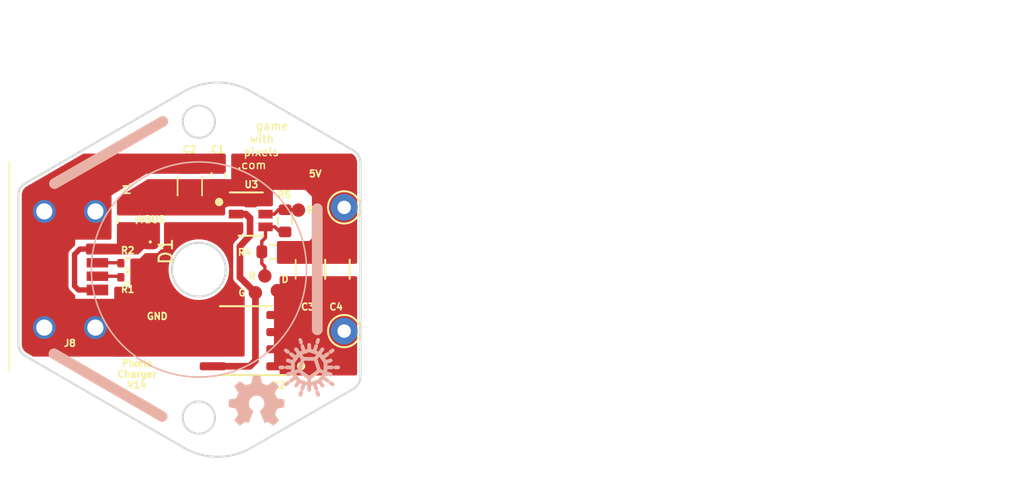
<source format=kicad_pcb>
(kicad_pcb (version 20211014) (generator pcbnew)
  (layers (0 "F.Cu" signal) (31 "B.Cu" signal) (34 "B.Paste" user) (35 "F.Paste" user) (36 "B.SilkS" user "B.Silkscreen") (37 "F.SilkS" user "F.Silkscreen") (38 "B.Mask" user) (39 "F.Mask" user) (44 "Edge.Cuts" user))
  (net 0 "")
  (net 1 "GND")
  (net 2 "VBUS")
  (net 3 "Net-(R4-Pad1)")
  (net 4 "Net-(R5-Pad2)")
  (net 5 "Net-(U2-Pad8)")
  (net 6 "Net-(J8-PadA5)")
  (net 7 "Net-(J8-PadB5)")
  (net 8 "Net-(C3-Pad1)")
  (net 9 "+5V")
  (footprint "Pixels-dice:USB-C-SMD_10P-P1.00-L6.8-W8.9" (layer "F.Cu") (at 140.3 101.52 180)
    (fp_text reference "J8" (at 0 -5.48) (layer "F.SilkS") (effects (font (size 0.5 0.5) (thickness 0.12))))
    (fp_text value "USB_C_Receptacle_USB2.0")
    (pad "A5" smd rect (at -2.05 0.5 270) (size 0.7 1.6) (layers "F.Cu" "F.Paste" "F.Mask") (net 6 "Net-(J8-PadA5)"))
    (pad "A9" smd rect (at -2.05 -1.52 270) (size 0.8 1.6) (layers "F.Cu" "F.Paste" "F.Mask") (net 2 "VBUS"))
    (pad "A12" smd rect (at -2.05 -2.75 270) (size 0.9 1.6) (layers "F.Cu" "F.Paste" "F.Mask") (net 1 "GND"))
    (pad "B5" smd rect (at -2.05 -0.5 270) (size 0.7 1.6) (layers "F.Cu" "F.Paste" "F.Mask") (net 7 "Net-(J8-PadB5)"))
    (pad "B9" smd rect (at -2.05 1.52 270) (size 0.8 1.6) (layers "F.Cu" "F.Paste" "F.Mask") (net 2 "VBUS"))
    (pad "B12" smd rect (at -2.05 2.75 270) (size 0.9 1.6) (layers "F.Cu" "F.Paste" "F.Mask") (net 1 "GND"))
    (pad "S1" thru_hole circle (at -1.9 4.32 180) (size 1.7 1.7) (drill 1.2) (layers *.Cu *.Mask) (net 1 "GND"))
    (pad "S1" thru_hole circle (at -1.9 -4.32 180) (size 1.7 1.7) (drill 1.2) (layers *.Cu *.Mask) (net 1 "GND"))
    (pad "S1" thru_hole circle (at 1.9 4.32 180) (size 1.7 1.7) (drill 1.2) (layers *.Cu *.Mask) (net 1 "GND"))
    (pad "S1" thru_hole circle (at 1.9 -4.32 180) (size 1.7 1.7) (drill 1.2) (layers *.Cu *.Mask) (net 1 "GND"))
  )
  (footprint "Resistor_SMD:R_0402_1005Metric" (layer "F.Cu") (at 144.6 101.05 180)
    (fp_text reference "R2" (at 0 0.95 unlocked) (layer "F.SilkS") (effects (font (size 0.5 0.5) (thickness 0.12))))
    (fp_text value "5.1k 1%")
    (pad "1" smd roundrect locked (at -0.51 0 180) (size 0.54 0.64) (layers "F.Cu" "F.Paste" "F.Mask") (net 1 "GND"))
    (pad "2" smd roundrect locked (at 0.51 0 180) (size 0.54 0.64) (layers "F.Cu" "F.Paste" "F.Mask") (net 6 "Net-(J8-PadA5)"))
  )
  (footprint "TestPoint:TestPoint_THTPad_D2.0mm_Drill1.0mm" (layer "F.Cu") (at 160.7 96.9)
    (fp_text reference "J6" hide)
    (fp_text value "Coil B")
    (pad "1" thru_hole circle locked (at 0 0) (size 2 2) (drill 1) (layers *.Cu *.Mask) (net 9 "+5V"))
  )
  (footprint "TestPoint:TestPoint_THTPad_D2.0mm_Drill1.0mm" (layer "F.Cu") (at 160.7 106.1)
    (fp_text reference "J9" hide)
    (fp_text value "Coil A")
    (pad "1" thru_hole circle locked (at 0 0) (size 2 2) (drill 1) (layers *.Cu *.Mask) (net 8 "Net-(C3-Pad1)"))
  )
  (footprint "Capacitor_SMD:C_1206_3216Metric" (layer "F.Cu") (at 160.2 101.5 90)
    (fp_text reference "C4" (at -2.8 -0.1 180) (layer "F.SilkS") (effects (font (size 0.5 0.5) (thickness 0.12))))
    (fp_text value "56nF 50V NP0")
    (pad "1" smd roundrect (at -1.475 0 90) (size 1.15 1.8) (layers "F.Cu" "F.Paste" "F.Mask") (roundrect_rratio 0.2173913043) (net 8 "Net-(C3-Pad1)"))
    (pad "2" smd roundrect (at 1.475 0 90) (size 1.15 1.8) (layers "F.Cu" "F.Paste" "F.Mask") (roundrect_rratio 0.2173913043) (net 9 "+5V"))
  )
  (footprint "Capacitor_SMD:C_0603_1608Metric" (layer "F.Cu") (at 151.35 94.5 90)
    (fp_text reference "C1" (at 1.9 -0.05 unlocked) (layer "F.SilkS") (effects (font (size 0.5 0.5) (thickness 0.12))))
    (fp_text value "0.1uF 16V")
    (pad "1" smd roundrect (at -0.775 0 90) (size 0.9 0.95) (layers "F.Cu" "F.Paste" "F.Mask") (net 9 "+5V"))
    (pad "2" smd roundrect (at 0.775 0 90) (size 0.9 0.95) (layers "F.Cu" "F.Paste" "F.Mask") (net 1 "GND"))
  )
  (footprint "Capacitor_SMD:C_1206_3216Metric" (layer "F.Cu") (at 149.22 95.31 90)
    (fp_text reference "C2" (at 2.71 -0.02 unlocked) (layer "F.SilkS") (effects (font (size 0.5 0.5) (thickness 0.12))))
    (fp_text value "100uF 10V 20% X5R")
    (pad "1" smd roundrect (at -1.475 0 90) (size 1.15 1.8) (layers "F.Cu" "F.Paste" "F.Mask") (roundrect_rratio 0.2173913043) (net 9 "+5V"))
    (pad "2" smd roundrect (at 1.475 0 90) (size 1.15 1.8) (layers "F.Cu" "F.Paste" "F.Mask") (roundrect_rratio 0.2173913043) (net 1 "GND"))
  )
  (footprint "Resistor_SMD:R_0603_1608Metric" (layer "F.Cu") (at 155.4 100.2)
    (fp_text reference "R4" (at -2.1 0.05 unlocked) (layer "F.SilkS") (effects (font (size 0.5 0.5) (thickness 0.12))))
    (fp_text value "200k 1%")
    (pad "1" smd roundrect (at -0.825 0) (size 0.8 0.95) (layers "F.Cu" "F.Paste" "F.Mask") (net 3 "Net-(R4-Pad1)"))
    (pad "2" smd roundrect (at 0.825 0) (size 0.8 0.95) (layers "F.Cu" "F.Paste" "F.Mask") (net 9 "+5V"))
  )
  (footprint "Resistor_SMD:R_0603_1608Metric" (layer "F.Cu") (at 156.3 97.9 90)
    (fp_text reference "R5" (at 1.95 -0.05 unlocked) (layer "F.SilkS") (effects (font (size 0.5 0.5) (thickness 0.12))))
    (fp_text value "84.5k 1%")
    (pad "1" smd roundrect (at -0.825 0 90) (size 0.8 0.95) (layers "F.Cu" "F.Paste" "F.Mask") (net 3 "Net-(R4-Pad1)"))
    (pad "2" smd roundrect (at 0.825 0 90) (size 0.8 0.95) (layers "F.Cu" "F.Paste" "F.Mask") (net 4 "Net-(R5-Pad2)"))
  )
  (footprint "Pixels-dice:SOIC-8_3.9x4.9mm_P1.27mm" (layer "F.Cu") (at 153.41 106.81 90)
    (fp_text reference "U2" (at -3.3 2.4) (layer "F.SilkS") (effects (font (size 0.5 0.5) (thickness 0.12))))
    (fp_text value "XKT335")
    (pad "1" smd roundrect (at -1.905 2.475 180) (size 1.95 0.6) (layers "F.Cu" "F.Paste" "F.Mask") (net 8 "Net-(C3-Pad1)"))
    (pad "2" smd roundrect (at -0.635 2.475 180) (size 1.95 0.6) (layers "F.Cu" "F.Paste" "F.Mask") (net 8 "Net-(C3-Pad1)"))
    (pad "3" smd roundrect (at 0.635 2.475 180) (size 1.95 0.6) (layers "F.Cu" "F.Paste" "F.Mask") (net 8 "Net-(C3-Pad1)"))
    (pad "4" smd roundrect (at 1.905 2.475 180) (size 1.95 0.6) (layers "F.Cu" "F.Paste" "F.Mask") (net 8 "Net-(C3-Pad1)"))
    (pad "5" smd roundrect (at 1.905 -2.475 180) (size 1.95 0.6) (layers "F.Cu" "F.Paste" "F.Mask") (net 1 "GND"))
    (pad "6" smd roundrect (at 0.635 -2.475 180) (size 1.95 0.6) (layers "F.Cu" "F.Paste" "F.Mask") (net 1 "GND"))
    (pad "7" smd roundrect (at -0.635 -2.475 180) (size 1.95 0.6) (layers "F.Cu" "F.Paste" "F.Mask") (net 1 "GND"))
    (pad "8" smd roundrect (at -1.905 -2.475 180) (size 1.95 0.6) (layers "F.Cu" "F.Paste" "F.Mask") (net 5 "Net-(U2-Pad8)"))
  )
  (footprint "Package_TO_SOT_SMD:SOT-23-6" (layer "F.Cu") (at 153.75 97.4)
    (fp_text reference "U3" (at 0.05 -2.2 unlocked) (layer "F.SilkS") (effects (font (size 0.5 0.5) (thickness 0.12))))
    (fp_text value "XKT001")
    (pad "1" smd rect locked (at -1.1 -0.95) (size 1.06 0.65) (layers "F.Cu" "F.Paste" "F.Mask") (net 9 "+5V"))
    (pad "2" smd rect locked (at -1.1 0) (size 1.06 0.65) (layers "F.Cu" "F.Paste" "F.Mask") (net 5 "Net-(U2-Pad8)"))
    (pad "3" smd rect locked (at -1.1 0.95) (size 1.06 0.65) (layers "F.Cu" "F.Paste" "F.Mask") (net 1 "GND"))
    (pad "4" smd rect locked (at 1.1 0.95) (size 1.06 0.65) (layers "F.Cu" "F.Paste" "F.Mask") (net 3 "Net-(R4-Pad1)"))
    (pad "5" smd rect locked (at 1.1 0) (size 1.06 0.65) (layers "F.Cu" "F.Paste" "F.Mask") (net 4 "Net-(R5-Pad2)"))
    (pad "6" smd rect locked (at 1.1 -0.95) (size 1.06 0.65) (layers "F.Cu" "F.Paste" "F.Mask") (net 9 "+5V"))
  )
  (footprint "Resistor_SMD:R_0402_1005Metric" (layer "F.Cu") (at 144.6 102.1 180)
    (fp_text reference "R1" (at 0 -0.9 unlocked) (layer "F.SilkS") (effects (font (size 0.5 0.5) (thickness 0.12))))
    (fp_text value "5.1k 1%")
    (pad "1" smd roundrect locked (at -0.51 0 180) (size 0.54 0.64) (layers "F.Cu" "F.Paste" "F.Mask") (net 1 "GND"))
    (pad "2" smd roundrect locked (at 0.51 0 180) (size 0.54 0.64) (layers "F.Cu" "F.Paste" "F.Mask") (net 7 "Net-(J8-PadB5)"))
  )
  (footprint "Pixels-dice:TEST_PIN" (layer "F.Cu") (at 146.25 98.8)
    (fp_text reference "W9" hide)
    (fp_text value "VBUS" (at 0.15 -1) (layer "F.SilkS") (effects (font (size 0.5 0.5) (thickness 0.12))))
    (pad "1" smd circle locked (at 0 0) (size 1 1) (layers "F.Cu" "F.Mask") (net 2 "VBUS"))
  )
  (footprint "Pixels-dice:TEST_PIN" (layer "F.Cu") (at 154.8 102)
    (fp_text reference "W6" hide)
    (fp_text value "R" (at -0.95 0) (layer "F.SilkS") (effects (font (size 0.5 0.5) (thickness 0.12))))
    (pad "1" smd circle locked (at 0 0) (size 1 1) (layers "F.Cu" "F.Mask") (net 3 "Net-(R4-Pad1)"))
  )
  (footprint "Pixels-dice:TEST_PIN" (layer "F.Cu") (at 154.1 103.25)
    (fp_text reference "W2" hide)
    (fp_text value "G" (at -1 0) (layer "F.SilkS") (effects (font (size 0.5 0.5) (thickness 0.12))))
    (pad "1" smd circle locked (at 0 0) (size 1 1) (layers "F.Cu" "F.Mask") (net 5 "Net-(U2-Pad8)"))
  )
  (footprint "Pixels-dice:DFN" (layer "F.Cu") (at 146.28 100.17 -90)
    (fp_text reference "D1" (at 0 -1.16 90) (layer "F.SilkS"))
    (fp_text value "D_TVS")
    (pad "1" smd rect (at -0.325 0 270) (size 0.35 0.6) (layers "F.Cu" "F.Paste" "F.Mask") (net 2 "VBUS"))
    (pad "2" smd rect (at 0.325 0 270) (size 0.35 0.6) (layers "F.Cu" "F.Paste" "F.Mask") (net 1 "GND"))
  )
  (footprint "Pixels-dice:TEST_PIN" (layer "F.Cu") (at 155.73 103.09)
    (fp_text reference "W3" hide)
    (fp_text value "D" (at 0.57 -0.84) (layer "F.SilkS") (effects (font (size 0.5 0.5) (thickness 0.12))))
    (pad "1" smd circle locked (at 0 0) (size 1 1) (layers "F.Cu" "F.Mask") (net 8 "Net-(C3-Pad1)"))
  )
  (footprint "Pixels-dice:TEST_PIN" (layer "F.Cu") (at 157.3 97.1)
    (fp_text reference "W4" hide)
    (fp_text value "R" (at 0.9 0) (layer "F.SilkS") (effects (font (size 0.5 0.5) (thickness 0.12))))
    (pad "1" smd circle locked (at 0 0) (size 1 1) (layers "F.Cu" "F.Mask") (net 4 "Net-(R5-Pad2)"))
  )
  (footprint "Pixels-dice:TEST_PIN" (layer "F.Cu") (at 145.25 104.95)
    (fp_text reference "W5" hide)
    (fp_text value "GND" (at 1.55 0.05) (layer "F.SilkS") (effects (font (size 0.5 0.5) (thickness 0.12))))
    (pad "1" smd circle locked (at 0 0) (size 1 1) (layers "F.Cu" "F.Mask") (net 1 "GND"))
  )
  (footprint "Fuse:Fuse_0805_2012Metric" (layer "F.Cu") (at 144.55 97.82 90)
    (fp_text reference "F1" (at 2.3 0 90) (layer "F.SilkS") (effects (font (size 0.5 0.5) (thickness 0.12))))
    (fp_text value "250mA 150mR")
    (pad "1" smd roundrect (at -0.9375 0 90) (size 0.975 1.4) (layers "F.Cu" "F.Paste" "F.Mask") (net 2 "VBUS"))
    (pad "2" smd roundrect (at 0.9375 0 90) (size 0.975 1.4) (layers "F.Cu" "F.Paste" "F.Mask") (net 9 "+5V"))
  )
  (footprint "Pixels-dice:TEST_PIN" (layer "F.Cu") (at 158.6 95.5)
    (fp_text reference "W1" hide)
    (fp_text value "5V" (at -0.05 -1.1) (layer "F.SilkS") (effects (font (size 0.5 0.5) (thickness 0.12))))
    (pad "1" smd circle locked (at 0 0) (size 1 1) (layers "F.Cu" "F.Mask") (net 9 "+5V"))
  )
  (footprint "Capacitor_SMD:C_1206_3216Metric" (layer "F.Cu") (at 158 101.5 90)
    (fp_text reference "C3" (at -2.8 0 180) (layer "F.SilkS") (effects (font (size 0.5 0.5) (thickness 0.12))))
    (fp_text value "100nF 50V NP0")
    (pad "1" smd roundrect (at -1.475 0 90) (size 1.15 1.8) (layers "F.Cu" "F.Paste" "F.Mask") (roundrect_rratio 0.2173913043) (net 8 "Net-(C3-Pad1)"))
    (pad "2" smd roundrect (at 1.475 0 90) (size 1.15 1.8) (layers "F.Cu" "F.Paste" "F.Mask") (roundrect_rratio 0.2173913043) (net 9 "+5V"))
  )
  (footprint "LOGO" (layer "B.Cu") (at 158.1 108.8 180)
    (fp_text reference "G***" hide)
    (fp_text value "LOGO" hide)
  )
  (footprint "LOGO" (layer "B.Cu") (at 154.2 111.3 180)
    (fp_text reference "G***" hide)
    (fp_text value "LOGO" hide)
  )
  (footprint "Pixels-dice:TX Coil" (layer "B.Cu") (at 149.9 101.5 -90)
    (fp_text reference "J1" hide)
    (fp_text value "TX_Coil")
  )
  (gr_line (start 139.12 107.79) (end 147.165 112.45) (layer "B.SilkS") (width 0.8))
  (gr_line (start 158.7 97) (end 158.7 106) (layer "B.SilkS") (width 0.8))
  (gr_line (start 139.16 95.13) (end 147.21 90.51) (layer "B.SilkS") (width 0.8))
  (gr_circle (center 149.9 101.52) (end 157.9 101.52) (layer "B.SilkS") (width 0.12) (fill none))
  (gr_circle (center 157.5 108.7) (end 157.75 108.7) (layer "F.SilkS") (width 0.12) (fill solid))
  (gr_circle (center 151.4 96.5) (end 151.65 96.5) (layer "F.SilkS") (width 0.12) (fill solid))
  (gr_circle (center 149.892726 90.53) (end 151.092726 90.53) (layer "Edge.Cuts") (width 0.15) (fill none))
  (gr_line (start 136.971498 95.12033) (end 148.786031 88.284754) (layer "Edge.Cuts") (width 0.15))
  (gr_circle (center 149.892726 101.53) (end 151.892726 101.53) (layer "Edge.Cuts") (width 0.15) (fill none))
  (gr_line (start 153.790162 114.777446) (end 161.389318 110.389693) (layer "Edge.Cuts") (width 0.15))
  (gr_arc (start 136.971498 107.939671) (mid 136.606038 107.573707) (end 136.472292 107.074104) (layer "Edge.Cuts") (width 0.15))
  (gr_arc (start 161.389318 92.670307) (mid 161.773595 93.054606) (end 161.914249 93.579554) (layer "Edge.Cuts") (width 0.15))
  (gr_arc (start 136.472292 95.985901) (mid 136.606037 95.486296) (end 136.971498 95.12033) (layer "Edge.Cuts") (width 0.15))
  (gr_line (start 161.914249 93.579554) (end 161.914249 109.480446) (layer "Edge.Cuts") (width 0.15))
  (gr_circle (center 149.892726 112.53) (end 151.092726 112.53) (layer "Edge.Cuts") (width 0.15) (fill none))
  (gr_line (start 148.786031 114.775246) (end 136.971498 107.939671) (layer "Edge.Cuts") (width 0.15))
  (gr_arc (start 153.790162 114.777446) (mid 151.287802 115.447412) (end 148.786031 114.775246) (layer "Edge.Cuts") (width 0.15))
  (gr_line (start 161.389318 92.670307) (end 153.790162 88.282554) (layer "Edge.Cuts") (width 0.15))
  (gr_arc (start 148.786031 88.284754) (mid 151.287802 87.612588) (end 153.790162 88.282554) (layer "Edge.Cuts") (width 0.15))
  (gr_arc (start 161.914249 109.480446) (mid 161.773595 110.005394) (end 161.389318 110.389693) (layer "Edge.Cuts") (width 0.15))
  (gr_line (start 136.472292 107.074104) (end 136.472292 95.985896) (layer "Edge.Cuts") (width 0.15))
  (gr_text "   game\n  with\n pixels\n.com" (at 152.7 92.3) (layer "F.SilkS") (effects (font (size 0.6 0.6) (thickness 0.1)) (justify left)))
  (gr_text "Pixels\nCharger\nV14" (at 145.3 109.3) (layer "F.SilkS") (effects (font (size 0.5 0.5) (thickness 0.12))))
  (segment (start 142.35 97.35) (end 142.2 97.2) (width 0.4) (layer "F.Cu") (net 1))
  (segment (start 142.35 105.69) (end 142.2 105.84) (width 0.5) (layer "F.Cu") (net 1))
  (segment (start 142.2 97.2) (end 138.4 97.2) (width 0.5) (layer "F.Cu") (net 1))
  (segment (start 142.35 104.27) (end 142.35 105.69) (width 0.5) (layer "F.Cu") (net 1))
  (segment (start 138.4 97.2) (end 138.4 105.84) (width 0.5) (layer "F.Cu") (net 1))
  (segment (start 142.35 98.77) (end 142.35 97.35) (width 0.5) (layer "F.Cu") (net 1))
  (segment (start 138.4 105.84) (end 142.2 105.84) (width 0.5) (layer "F.Cu") (net 1))
  (segment (start 146.28 98.83) (end 146.25 98.8) (width 0.4) (layer "F.Cu") (net 2))
  (segment (start 140.65 102.75) (end 140.94 103.04) (width 0.4) (layer "F.Cu") (net 2))
  (segment (start 144.55 99.95) (end 144.5 100) (width 0.4) (layer "F.Cu") (net 2))
  (segment (start 146.28 99.685) (end 146.28 98.83) (width 0.4) (layer "F.Cu") (net 2))
  (segment (start 142.35 100) (end 141.05 100) (width 0.4) (layer "F.Cu") (net 2))
  (segment (start 146.2075 98.7575) (end 146.25 98.8) (width 0.4) (layer "F.Cu") (net 2))
  (segment (start 141.05 100) (end 140.65 100.4) (width 0.4) (layer "F.Cu") (net 2))
  (segment (start 140.65 100.4) (end 140.65 102.75) (width 0.4) (layer "F.Cu") (net 2))
  (segment (start 140.94 103.04) (end 142.35 103.04) (width 0.4) (layer "F.Cu") (net 2))
  (segment (start 144.5 100) (end 142.35 100) (width 0.4) (layer "F.Cu") (net 2))
  (segment (start 144.55 98.7575) (end 146.2075 98.7575) (width 0.4) (layer "F.Cu") (net 2))
  (segment (start 144.55 98.7575) (end 144.55 99.95) (width 0.4) (layer "F.Cu") (net 2))
  (segment (start 156.3 98.725) (end 155.925 98.725) (width 0.25) (layer "F.Cu") (net 3))
  (segment (start 154.85 98.35) (end 155.55 98.35) (width 0.25) (layer "F.Cu") (net 3))
  (segment (start 155.925 98.725) (end 155.55 98.35) (width 0.25) (layer "F.Cu") (net 3))
  (segment (start 154.85 98.35) (end 154.85 99.15) (width 0.25) (layer "F.Cu") (net 3))
  (segment (start 154.8 101.3) (end 154.8 102) (width 0.25) (layer "F.Cu") (net 3))
  (segment (start 154.575 101.075) (end 154.8 101.3) (width 0.25) (layer "F.Cu") (net 3))
  (segment (start 154.575 100.2) (end 154.575 101.075) (width 0.25) (layer "F.Cu") (net 3))
  (segment (start 154.85 99.15) (end 154.575 99.425) (width 0.25) (layer "F.Cu") (net 3))
  (segment (start 154.575 99.425) (end 154.575 100.2) (width 0.25) (layer "F.Cu") (net 3))
  (segment (start 157.275 97.075) (end 157.3 97.1) (width 0.25) (layer "F.Cu") (net 4))
  (segment (start 154.85 97.4) (end 155.5 97.4) (width 0.25) (layer "F.Cu") (net 4))
  (segment (start 155.825 97.075) (end 155.5 97.4) (width 0.25) (layer "F.Cu") (net 4))
  (segment (start 156.3 97.075) (end 155.825 97.075) (width 0.25) (layer "F.Cu") (net 4))
  (segment (start 156.3 97.075) (end 157.275 97.075) (width 0.25) (layer "F.Cu") (net 4))
  (segment (start 153.382936 97.4) (end 152.65 97.4) (width 0.5) (layer "F.Cu") (net 5))
  (segment (start 153.685 108.715) (end 153.975 108.425) (width 0.5) (layer "F.Cu") (net 5))
  (segment (start 152.95 99.797774) (end 152.95 102.1) (width 0.5) (layer "F.Cu") (net 5))
  (segment (start 152.95 102.1) (end 154.1 103.25) (width 0.5) (layer "F.Cu") (net 5))
  (segment (start 153.7 97.696805) (end 153.382936 97.4) (width 0.5) (layer "F.Cu") (net 5))
  (segment (start 154.1 108.3) (end 153.975 108.425) (width 0.5) (layer "F.Cu") (net 5))
  (segment (start 153.7 98.996587) (end 153.7 97.696805) (width 0.5) (layer "F.Cu") (net 5))
  (segment (start 154.1 103.7) (end 154.1 108.3) (width 0.5) (layer "F.Cu") (net 5))
  (segment (start 150.935 108.715) (end 153.685 108.715) (width 0.5) (layer "F.Cu") (net 5))
  (segment (start 153.7 98.996587) (end 152.950001 99.797774) (width 0.5) (layer "F.Cu") (net 5))
  (segment (start 144.06 101.02) (end 144.09 101.05) (width 0.25) (layer "F.Cu") (net 6))
  (segment (start 142.35 101.02) (end 144.06 101.02) (width 0.25) (layer "F.Cu") (net 6))
  (segment (start 144.01 102.02) (end 144.09 102.1) (width 0.25) (layer "F.Cu") (net 7))
  (segment (start 142.35 102.02) (end 144.01 102.02) (width 0.25) (layer "F.Cu") (net 7))
  (segment (start 155.885 108.715) (end 155.73 108.56) (width 0.5) (layer "F.Cu") (net 8))
  (segment (start 155.73 108.56) (end 155.73 103.09) (width 0.5) (layer "F.Cu") (net 8))
  (segment (start 160.2 102.975) (end 155.845 102.975) (width 0.5) (layer "F.Cu") (net 8))
  (segment (start 160.2 102.975) (end 160.2 105.6) (width 0.5) (layer "F.Cu") (net 8))
  (segment (start 155.845 102.975) (end 155.73 103.09) (width 0.5) (layer "F.Cu") (net 8))
  (segment (start 160.2 105.6) (end 160.7 106.1) (width 0.5) (layer "F.Cu") (net 8))
  (segment (start 158 100.025) (end 160.2 100.025) (width 0.5) (layer "F.Cu") (net 9))
  (segment (start 160.7 96.9) (end 159.3 95.5) (width 0.5) (layer "F.Cu") (net 9))
  (segment (start 151.35 96.45) (end 149.555 96.45) (width 0.5) (layer "F.Cu") (net 9))
  (segment (start 149.22 96.785) (end 149.555 96.45) (width 0.5) (layer "F.Cu") (net 9))
  (segment (start 151.35 96.45) (end 151.35 95.275) (width 0.5) (layer "F.Cu") (net 9))
  (segment (start 160.7 99.525) (end 160.2 100.025) (width 0.5) (layer "F.Cu") (net 9))
  (segment (start 152.65 96.45) (end 154.85 96.45) (width 0.5) (layer "F.Cu") (net 9))
  (segment (start 159.3 95.5) (end 158.6 95.5) (width 0.5) (layer "F.Cu") (net 9))
  (segment (start 157.725 99.75) (end 158 100.025) (width 0.5) (layer "F.Cu") (net 9))
  (segment (start 151.35 96.45) (end 152.65 96.45) (width 0.5) (layer "F.Cu") (net 9))
  (segment (start 158.375 95.275) (end 158.6 95.5) (width 0.5) (layer "F.Cu") (net 9))
  (segment (start 151.35 95.275) (end 158.375 95.275) (width 0.5) (layer "F.Cu") (net 9))
  (segment (start 160.7 96.9) (end 160.7 99.525) (width 0.5) (layer "F.Cu") (net 9))
  (zone (net 1) (net_name "GND") (layer "F.Cu") (connect_pads yes (clearance 0.25)) (min_thickness 0.254) (fill yes (thermal_gap 0.508) (thermal_bridge_width 0.508))
    (polygon (pts (xy 151.9 92.9) (xy 151.9 94.4) (xy 146 94.4) (xy 143.4 96) (xy 143.4 99.3) (xy 136.5 99.3) (xy 136.5 95.2) (xy 140.4 92.9)))
  )
  (zone (net 8) (net_name "Net-(C3-Pad1)") (layer "F.Cu") (connect_pads yes (clearance 0.25)) (min_thickness 0.254) (fill yes (thermal_gap 0.508) (thermal_bridge_width 0.508))
    (polygon (pts (xy 162.8 109.4) (xy 155.9 109.4) (xy 155.9 102.013844) (xy 162.8 102.013844)))
  )
  (zone (net 2) (net_name "VBUS") (layer "F.Cu") (connect_pads yes (clearance 0.25)) (min_thickness 0.254) (fill yes (thermal_gap 0.508) (thermal_bridge_width 0.508))
    (polygon (pts (xy 147 99.7) (xy 146.7 100) (xy 145.8 100) (xy 145.4 100.4) (xy 141.5 100.4) (xy 141.5 99.6) (xy 143.8 99.6) (xy 143.8 98) (xy 147 98)))
  )
  (zone (net 1) (net_name "GND") (layer "F.Cu") (connect_pads yes (clearance 0.25)) (min_thickness 0.254) (fill yes (thermal_gap 0.508) (thermal_bridge_width 0.508))
    (polygon (pts (xy 153.3 108) (xy 143.6 108) (xy 143.6 102.8) (xy 144.8 102.8) (xy 144.8 100.7) (xy 145.5 100.7) (xy 145.9 100.3) (xy 146.8 100.3) (xy 147.3 99.8) (xy 147.3 98) (xy 153.3 98)))
  )
  (zone (net 1) (net_name "GND") (layer "F.Cu") (connect_pads yes (clearance 0.25)) (min_thickness 0.254) (fill yes (thermal_gap 0.508) (thermal_bridge_width 0.508))
    (polygon (pts (xy 140.7 103.8) (xy 136.5 103.8) (xy 136.5 99.2) (xy 140.7 99.2)))
  )
  (zone (net 1) (net_name "GND") (layer "F.Cu") (connect_pads yes (clearance 0.25)) (min_thickness 0.254) (fill yes (thermal_gap 0.508) (thermal_bridge_width 0.508))
    (polygon (pts (xy 144.45 108) (xy 136.45 108) (xy 136.45 103.7) (xy 144.45 103.7)))
  )
  (zone (net 9) (net_name "+5V") (layer "F.Cu") (connect_pads yes (clearance 0.25)) (min_thickness 0.254) (fill yes (thermal_gap 0.508) (thermal_bridge_width 0.508))
    (polygon (pts (xy 162.8 101.1) (xy 155.7 101.1) (xy 155.7 99.4) (xy 158.1 99.4) (xy 158.3 99.2) (xy 158.3 96.1) (xy 157.8 95.6) (xy 155.4 95.6) (xy 155.4 96.9) (xy 150.8 96.9) (xy 150.8 94.8) (xy 152.3 94.8) (xy 152.3 92.9) (xy 162.8 92.9)))
  )
  (zone (net 9) (net_name "+5V") (layer "F.Cu") (connect_pads yes (clearance 0.25)) (min_thickness 0.254) (fill yes (thermal_gap 0.508) (thermal_bridge_width 0.508))
    (polygon (pts (xy 151.85 97.5) (xy 143.8 97.5) (xy 143.8 96.2) (xy 146.1 94.8) (xy 151.85 94.8)))
  )
)
</source>
